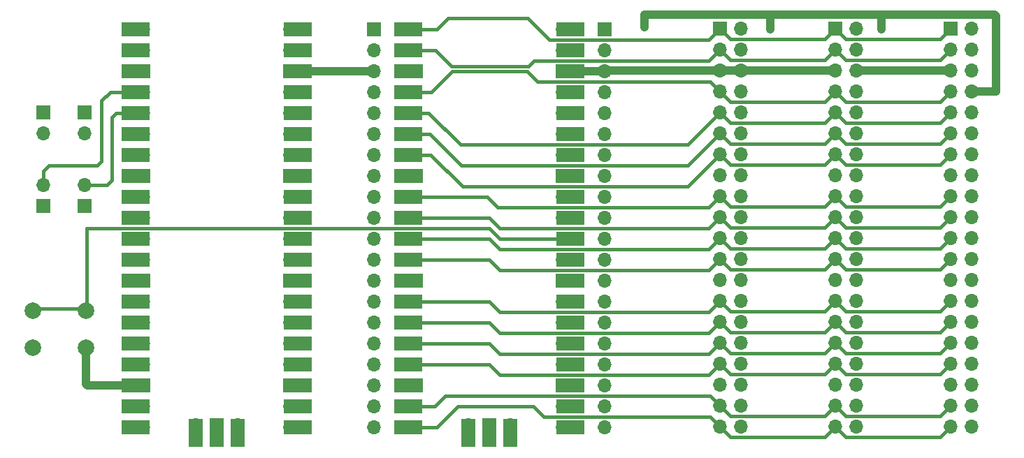
<source format=gbr>
%TF.GenerationSoftware,KiCad,Pcbnew,(6.0.8)*%
%TF.CreationDate,2022-10-02T10:43:25+09:00*%
%TF.ProjectId,KiCad,4b694361-642e-46b6-9963-61645f706362,rev?*%
%TF.SameCoordinates,Original*%
%TF.FileFunction,Copper,L1,Top*%
%TF.FilePolarity,Positive*%
%FSLAX46Y46*%
G04 Gerber Fmt 4.6, Leading zero omitted, Abs format (unit mm)*
G04 Created by KiCad (PCBNEW (6.0.8)) date 2022-10-02 10:43:25*
%MOMM*%
%LPD*%
G01*
G04 APERTURE LIST*
%TA.AperFunction,ComponentPad*%
%ADD10O,1.700000X1.700000*%
%TD*%
%TA.AperFunction,SMDPad,CuDef*%
%ADD11R,3.500000X1.700000*%
%TD*%
%TA.AperFunction,ComponentPad*%
%ADD12R,1.700000X1.700000*%
%TD*%
%TA.AperFunction,SMDPad,CuDef*%
%ADD13R,1.700000X3.500000*%
%TD*%
%TA.AperFunction,ComponentPad*%
%ADD14C,2.000000*%
%TD*%
%TA.AperFunction,ViaPad*%
%ADD15C,0.800000*%
%TD*%
%TA.AperFunction,Conductor*%
%ADD16C,1.000000*%
%TD*%
%TA.AperFunction,Conductor*%
%ADD17C,0.400000*%
%TD*%
G04 APERTURE END LIST*
D10*
%TO.P,U1,1,GPIO0*%
%TO.N,/GP0*%
X118110000Y-57870000D03*
D11*
X117210000Y-57870000D03*
D10*
%TO.P,U1,2,GPIO1*%
%TO.N,/GP1*%
X118110000Y-60410000D03*
D11*
X117210000Y-60410000D03*
%TO.P,U1,3,GND*%
%TO.N,GND*%
X117210000Y-62950000D03*
D12*
X118110000Y-62950000D03*
D10*
%TO.P,U1,4,GPIO2*%
%TO.N,/GP2*%
X118110000Y-65490000D03*
D11*
X117210000Y-65490000D03*
D10*
%TO.P,U1,5,GPIO3*%
%TO.N,/GP3*%
X118110000Y-68030000D03*
D11*
X117210000Y-68030000D03*
D10*
%TO.P,U1,6,GPIO4*%
%TO.N,/GP4*%
X118110000Y-70570000D03*
D11*
X117210000Y-70570000D03*
D10*
%TO.P,U1,7,GPIO5*%
%TO.N,/GP5*%
X118110000Y-73110000D03*
D11*
X117210000Y-73110000D03*
D12*
%TO.P,U1,8,GND*%
%TO.N,GND*%
X118110000Y-75650000D03*
D11*
X117210000Y-75650000D03*
D10*
%TO.P,U1,9,GPIO6*%
%TO.N,/GP6*%
X118110000Y-78190000D03*
D11*
X117210000Y-78190000D03*
%TO.P,U1,10,GPIO7*%
%TO.N,/GP7*%
X117210000Y-80730000D03*
D10*
X118110000Y-80730000D03*
D11*
%TO.P,U1,11,GPIO8*%
%TO.N,/GP8*%
X117210000Y-83270000D03*
D10*
X118110000Y-83270000D03*
D11*
%TO.P,U1,12,GPIO9*%
%TO.N,/GP9*%
X117210000Y-85810000D03*
D10*
X118110000Y-85810000D03*
D12*
%TO.P,U1,13,GND*%
%TO.N,GND*%
X118110000Y-88350000D03*
D11*
X117210000Y-88350000D03*
D10*
%TO.P,U1,14,GPIO10*%
%TO.N,/GP10*%
X118110000Y-90890000D03*
D11*
X117210000Y-90890000D03*
D10*
%TO.P,U1,15,GPIO11*%
%TO.N,/GP11*%
X118110000Y-93430000D03*
D11*
X117210000Y-93430000D03*
%TO.P,U1,16,GPIO12*%
%TO.N,/GP12*%
X117210000Y-95970000D03*
D10*
X118110000Y-95970000D03*
%TO.P,U1,17,GPIO13*%
%TO.N,/GP13*%
X118110000Y-98510000D03*
D11*
X117210000Y-98510000D03*
%TO.P,U1,18,GND*%
%TO.N,GND*%
X117210000Y-101050000D03*
D12*
X118110000Y-101050000D03*
D11*
%TO.P,U1,19,GPIO14*%
%TO.N,/GP14*%
X117210000Y-103590000D03*
D10*
X118110000Y-103590000D03*
D11*
%TO.P,U1,20,GPIO15*%
%TO.N,/GP15*%
X117210000Y-106130000D03*
D10*
X118110000Y-106130000D03*
%TO.P,U1,21,GPIO16*%
%TO.N,/GP16*%
X135890000Y-106130000D03*
D11*
X136790000Y-106130000D03*
%TO.P,U1,22,GPIO17*%
%TO.N,/GP17*%
X136790000Y-103590000D03*
D10*
X135890000Y-103590000D03*
D12*
%TO.P,U1,23,GND*%
%TO.N,GND*%
X135890000Y-101050000D03*
D11*
X136790000Y-101050000D03*
%TO.P,U1,24,GPIO18*%
%TO.N,/GP18*%
X136790000Y-98510000D03*
D10*
X135890000Y-98510000D03*
D11*
%TO.P,U1,25,GPIO19*%
%TO.N,/GP19*%
X136790000Y-95970000D03*
D10*
X135890000Y-95970000D03*
%TO.P,U1,26,GPIO20*%
%TO.N,/GP20*%
X135890000Y-93430000D03*
D11*
X136790000Y-93430000D03*
D10*
%TO.P,U1,27,GPIO21*%
%TO.N,/GP21*%
X135890000Y-90890000D03*
D11*
X136790000Y-90890000D03*
D12*
%TO.P,U1,28,GND*%
%TO.N,GND*%
X135890000Y-88350000D03*
D11*
X136790000Y-88350000D03*
D10*
%TO.P,U1,29,GPIO22*%
%TO.N,/GP22*%
X135890000Y-85810000D03*
D11*
X136790000Y-85810000D03*
%TO.P,U1,30,RUN*%
%TO.N,/RUN*%
X136790000Y-83270000D03*
D10*
X135890000Y-83270000D03*
%TO.P,U1,31,GPIO26_ADC0*%
%TO.N,/GP26*%
X135890000Y-80730000D03*
D11*
X136790000Y-80730000D03*
D10*
%TO.P,U1,32,GPIO27_ADC1*%
%TO.N,/GP27*%
X135890000Y-78190000D03*
D11*
X136790000Y-78190000D03*
%TO.P,U1,33,AGND*%
%TO.N,GND*%
X136790000Y-75650000D03*
D12*
X135890000Y-75650000D03*
D10*
%TO.P,U1,34,GPIO28_ADC2*%
%TO.N,/GP28*%
X135890000Y-73110000D03*
D11*
X136790000Y-73110000D03*
D10*
%TO.P,U1,35,ADC_VREF*%
%TO.N,/ADC_VREF*%
X135890000Y-70570000D03*
D11*
X136790000Y-70570000D03*
%TO.P,U1,36,3V3*%
%TO.N,/3V3*%
X136790000Y-68030000D03*
D10*
X135890000Y-68030000D03*
D11*
%TO.P,U1,37,3V3_EN*%
%TO.N,/3V3_EN*%
X136790000Y-65490000D03*
D10*
X135890000Y-65490000D03*
D11*
%TO.P,U1,38,GND*%
%TO.N,GND*%
X136790000Y-62950000D03*
D12*
X135890000Y-62950000D03*
D11*
%TO.P,U1,39,VSYS*%
%TO.N,/VSYS*%
X136790000Y-60410000D03*
D10*
X135890000Y-60410000D03*
%TO.P,U1,40,VBUS*%
%TO.N,/VBUS*%
X135890000Y-57870000D03*
D11*
X136790000Y-57870000D03*
D13*
%TO.P,U1,41,SWCLK*%
%TO.N,Net-(JP3-Pad1)*%
X124460000Y-106800000D03*
D10*
X124460000Y-105900000D03*
D13*
%TO.P,U1,42,GND*%
%TO.N,GND*%
X127000000Y-106800000D03*
D12*
X127000000Y-105900000D03*
D10*
%TO.P,U1,43,SWDIO*%
%TO.N,Net-(JP4-Pad1)*%
X129540000Y-105900000D03*
D13*
X129540000Y-106800000D03*
%TD*%
D11*
%TO.P,U2,1,GPIO0*%
%TO.N,unconnected-(U2-Pad1)*%
X84190000Y-57870000D03*
D10*
X85090000Y-57870000D03*
D11*
%TO.P,U2,2,GPIO1*%
%TO.N,unconnected-(U2-Pad2)*%
X84190000Y-60410000D03*
D10*
X85090000Y-60410000D03*
D12*
%TO.P,U2,3,GND*%
%TO.N,GND*%
X85090000Y-62950000D03*
D11*
X84190000Y-62950000D03*
D10*
%TO.P,U2,4,GPIO2*%
%TO.N,Net-(JP3-Pad2)*%
X85090000Y-65490000D03*
D11*
X84190000Y-65490000D03*
%TO.P,U2,5,GPIO3*%
%TO.N,Net-(JP4-Pad2)*%
X84190000Y-68030000D03*
D10*
X85090000Y-68030000D03*
D11*
%TO.P,U2,6,GPIO4*%
%TO.N,Net-(JP1-Pad2)*%
X84190000Y-70570000D03*
D10*
X85090000Y-70570000D03*
%TO.P,U2,7,GPIO5*%
%TO.N,Net-(JP2-Pad2)*%
X85090000Y-73110000D03*
D11*
X84190000Y-73110000D03*
D12*
%TO.P,U2,8,GND*%
%TO.N,GND*%
X85090000Y-75650000D03*
D11*
X84190000Y-75650000D03*
D10*
%TO.P,U2,9,GPIO6*%
%TO.N,unconnected-(U2-Pad9)*%
X85090000Y-78190000D03*
D11*
X84190000Y-78190000D03*
D10*
%TO.P,U2,10,GPIO7*%
%TO.N,unconnected-(U2-Pad10)*%
X85090000Y-80730000D03*
D11*
X84190000Y-80730000D03*
%TO.P,U2,11,GPIO8*%
%TO.N,unconnected-(U2-Pad11)*%
X84190000Y-83270000D03*
D10*
X85090000Y-83270000D03*
D11*
%TO.P,U2,12,GPIO9*%
%TO.N,unconnected-(U2-Pad12)*%
X84190000Y-85810000D03*
D10*
X85090000Y-85810000D03*
D12*
%TO.P,U2,13,GND*%
%TO.N,GND*%
X85090000Y-88350000D03*
D11*
X84190000Y-88350000D03*
%TO.P,U2,14,GPIO10*%
%TO.N,unconnected-(U2-Pad14)*%
X84190000Y-90890000D03*
D10*
X85090000Y-90890000D03*
%TO.P,U2,15,GPIO11*%
%TO.N,unconnected-(U2-Pad15)*%
X85090000Y-93430000D03*
D11*
X84190000Y-93430000D03*
%TO.P,U2,16,GPIO12*%
%TO.N,unconnected-(U2-Pad16)*%
X84190000Y-95970000D03*
D10*
X85090000Y-95970000D03*
%TO.P,U2,17,GPIO13*%
%TO.N,unconnected-(U2-Pad17)*%
X85090000Y-98510000D03*
D11*
X84190000Y-98510000D03*
%TO.P,U2,18,GND*%
%TO.N,GND*%
X84190000Y-101050000D03*
D12*
X85090000Y-101050000D03*
D10*
%TO.P,U2,19,GPIO14*%
%TO.N,unconnected-(U2-Pad19)*%
X85090000Y-103590000D03*
D11*
X84190000Y-103590000D03*
%TO.P,U2,20,GPIO15*%
%TO.N,unconnected-(U2-Pad20)*%
X84190000Y-106130000D03*
D10*
X85090000Y-106130000D03*
%TO.P,U2,21,GPIO16*%
%TO.N,unconnected-(U2-Pad21)*%
X102870000Y-106130000D03*
D11*
X103770000Y-106130000D03*
%TO.P,U2,22,GPIO17*%
%TO.N,unconnected-(U2-Pad22)*%
X103770000Y-103590000D03*
D10*
X102870000Y-103590000D03*
D12*
%TO.P,U2,23,GND*%
%TO.N,GND*%
X102870000Y-101050000D03*
D11*
X103770000Y-101050000D03*
D10*
%TO.P,U2,24,GPIO18*%
%TO.N,unconnected-(U2-Pad24)*%
X102870000Y-98510000D03*
D11*
X103770000Y-98510000D03*
D10*
%TO.P,U2,25,GPIO19*%
%TO.N,unconnected-(U2-Pad25)*%
X102870000Y-95970000D03*
D11*
X103770000Y-95970000D03*
%TO.P,U2,26,GPIO20*%
%TO.N,unconnected-(U2-Pad26)*%
X103770000Y-93430000D03*
D10*
X102870000Y-93430000D03*
D11*
%TO.P,U2,27,GPIO21*%
%TO.N,unconnected-(U2-Pad27)*%
X103770000Y-90890000D03*
D10*
X102870000Y-90890000D03*
D12*
%TO.P,U2,28,GND*%
%TO.N,GND*%
X102870000Y-88350000D03*
D11*
X103770000Y-88350000D03*
%TO.P,U2,29,GPIO22*%
%TO.N,unconnected-(U2-Pad29)*%
X103770000Y-85810000D03*
D10*
X102870000Y-85810000D03*
%TO.P,U2,30,RUN*%
%TO.N,unconnected-(U2-Pad30)*%
X102870000Y-83270000D03*
D11*
X103770000Y-83270000D03*
%TO.P,U2,31,GPIO26_ADC0*%
%TO.N,unconnected-(U2-Pad31)*%
X103770000Y-80730000D03*
D10*
X102870000Y-80730000D03*
D11*
%TO.P,U2,32,GPIO27_ADC1*%
%TO.N,unconnected-(U2-Pad32)*%
X103770000Y-78190000D03*
D10*
X102870000Y-78190000D03*
D11*
%TO.P,U2,33,AGND*%
%TO.N,GND*%
X103770000Y-75650000D03*
D12*
X102870000Y-75650000D03*
D11*
%TO.P,U2,34,GPIO28_ADC2*%
%TO.N,unconnected-(U2-Pad34)*%
X103770000Y-73110000D03*
D10*
X102870000Y-73110000D03*
D11*
%TO.P,U2,35,ADC_VREF*%
%TO.N,unconnected-(U2-Pad35)*%
X103770000Y-70570000D03*
D10*
X102870000Y-70570000D03*
%TO.P,U2,36,3V3*%
%TO.N,unconnected-(U2-Pad36)*%
X102870000Y-68030000D03*
D11*
X103770000Y-68030000D03*
%TO.P,U2,37,3V3_EN*%
%TO.N,unconnected-(U2-Pad37)*%
X103770000Y-65490000D03*
D10*
X102870000Y-65490000D03*
D12*
%TO.P,U2,38,GND*%
%TO.N,GND*%
X102870000Y-62950000D03*
D11*
X103770000Y-62950000D03*
D10*
%TO.P,U2,39,VSYS*%
%TO.N,/VSYS*%
X102870000Y-60410000D03*
D11*
X103770000Y-60410000D03*
D10*
%TO.P,U2,40,VBUS*%
%TO.N,unconnected-(U2-Pad40)*%
X102870000Y-57870000D03*
D11*
X103770000Y-57870000D03*
D10*
%TO.P,U2,41,SWCLK*%
%TO.N,unconnected-(U2-Pad41)*%
X91440000Y-105900000D03*
D13*
X91440000Y-106800000D03*
%TO.P,U2,42,GND*%
%TO.N,unconnected-(U2-Pad42)*%
X93980000Y-106800000D03*
D12*
X93980000Y-105900000D03*
D10*
%TO.P,U2,43,SWDIO*%
%TO.N,unconnected-(U2-Pad43)*%
X96520000Y-105900000D03*
D13*
X96520000Y-106800000D03*
%TD*%
D12*
%TO.P,JP3,1,A*%
%TO.N,Net-(JP3-Pad1)*%
X73000000Y-79340000D03*
D10*
%TO.P,JP3,2,B*%
%TO.N,Net-(JP3-Pad2)*%
X73000000Y-76800000D03*
%TD*%
%TO.P,J4,20,Pin_20*%
%TO.N,/GP15*%
X113030000Y-106160000D03*
%TO.P,J4,19,Pin_19*%
%TO.N,/GP14*%
X113030000Y-103620000D03*
%TO.P,J4,18,Pin_18*%
%TO.N,GND*%
X113030000Y-101080000D03*
%TO.P,J4,17,Pin_17*%
%TO.N,/GP13*%
X113030000Y-98540000D03*
%TO.P,J4,16,Pin_16*%
%TO.N,/GP12*%
X113030000Y-96000000D03*
%TO.P,J4,15,Pin_15*%
%TO.N,/GP11*%
X113030000Y-93460000D03*
%TO.P,J4,14,Pin_14*%
%TO.N,/GP10*%
X113030000Y-90920000D03*
%TO.P,J4,13,Pin_13*%
%TO.N,GND*%
X113030000Y-88380000D03*
%TO.P,J4,12,Pin_12*%
%TO.N,/GP9*%
X113030000Y-85840000D03*
%TO.P,J4,11,Pin_11*%
%TO.N,/GP8*%
X113030000Y-83300000D03*
%TO.P,J4,10,Pin_10*%
%TO.N,/GP7*%
X113030000Y-80760000D03*
%TO.P,J4,9,Pin_9*%
%TO.N,/GP6*%
X113030000Y-78220000D03*
%TO.P,J4,8,Pin_8*%
%TO.N,GND*%
X113030000Y-75680000D03*
%TO.P,J4,7,Pin_7*%
%TO.N,/GP5*%
X113030000Y-73140000D03*
%TO.P,J4,6,Pin_6*%
%TO.N,/GP4*%
X113030000Y-70600000D03*
%TO.P,J4,5,Pin_5*%
%TO.N,/GP3*%
X113030000Y-68060000D03*
%TO.P,J4,4,Pin_4*%
%TO.N,/GP2*%
X113030000Y-65520000D03*
%TO.P,J4,3,Pin_3*%
%TO.N,GND*%
X113030000Y-62980000D03*
%TO.P,J4,2,Pin_2*%
%TO.N,/GP1*%
X113030000Y-60440000D03*
D12*
%TO.P,J4,1,Pin_1*%
%TO.N,/GP0*%
X113030000Y-57900000D03*
%TD*%
%TO.P,JP1,1,A*%
%TO.N,/GP1*%
X78000000Y-68000000D03*
D10*
%TO.P,JP1,2,B*%
%TO.N,Net-(JP1-Pad2)*%
X78000000Y-70540000D03*
%TD*%
D12*
%TO.P,J1,1,Pin_1*%
%TO.N,/GP0*%
X182875000Y-57785000D03*
D10*
%TO.P,J1,2,Pin_2*%
%TO.N,/GP1*%
X182875000Y-60325000D03*
%TO.P,J1,3,Pin_3*%
%TO.N,GND*%
X182875000Y-62865000D03*
%TO.P,J1,4,Pin_4*%
%TO.N,/GP2*%
X182875000Y-65405000D03*
%TO.P,J1,5,Pin_5*%
%TO.N,/GP3*%
X182875000Y-67945000D03*
%TO.P,J1,6,Pin_6*%
%TO.N,/GP4*%
X182875000Y-70485000D03*
%TO.P,J1,7,Pin_7*%
%TO.N,/GP5*%
X182875000Y-73025000D03*
%TO.P,J1,8,Pin_8*%
%TO.N,GND*%
X182875000Y-75565000D03*
%TO.P,J1,9,Pin_9*%
%TO.N,/GP6*%
X182875000Y-78105000D03*
%TO.P,J1,10,Pin_10*%
%TO.N,/GP7*%
X182875000Y-80645000D03*
%TO.P,J1,11,Pin_11*%
%TO.N,/GP8*%
X182875000Y-83185000D03*
%TO.P,J1,12,Pin_12*%
%TO.N,/GP9*%
X182875000Y-85725000D03*
%TO.P,J1,13,Pin_13*%
%TO.N,GND*%
X182875000Y-88265000D03*
%TO.P,J1,14,Pin_14*%
%TO.N,/GP10*%
X182875000Y-90805000D03*
%TO.P,J1,15,Pin_15*%
%TO.N,/GP11*%
X182875000Y-93345000D03*
%TO.P,J1,16,Pin_16*%
%TO.N,/GP12*%
X182875000Y-95885000D03*
%TO.P,J1,17,Pin_17*%
%TO.N,/GP13*%
X182875000Y-98425000D03*
%TO.P,J1,18,Pin_18*%
%TO.N,GND*%
X182875000Y-100965000D03*
%TO.P,J1,19,Pin_19*%
%TO.N,/GP14*%
X182875000Y-103505000D03*
%TO.P,J1,20,Pin_20*%
%TO.N,/GP15*%
X182875000Y-106045000D03*
%TO.P,J1,21,Pin_21*%
%TO.N,/GP16*%
X185415000Y-106045000D03*
%TO.P,J1,22,Pin_22*%
%TO.N,/GP17*%
X185415000Y-103505000D03*
%TO.P,J1,23,Pin_23*%
%TO.N,GND*%
X185415000Y-100965000D03*
%TO.P,J1,24,Pin_24*%
%TO.N,/GP18*%
X185415000Y-98425000D03*
%TO.P,J1,25,Pin_25*%
%TO.N,/GP19*%
X185415000Y-95885000D03*
%TO.P,J1,26,Pin_26*%
%TO.N,/GP20*%
X185415000Y-93345000D03*
%TO.P,J1,27,Pin_27*%
%TO.N,/GP21*%
X185415000Y-90805000D03*
%TO.P,J1,28,Pin_28*%
%TO.N,GND*%
X185415000Y-88265000D03*
%TO.P,J1,29,Pin_29*%
%TO.N,/GP22*%
X185415000Y-85725000D03*
%TO.P,J1,30,Pin_30*%
%TO.N,/RUN*%
X185415000Y-83185000D03*
%TO.P,J1,31,Pin_31*%
%TO.N,/GP26*%
X185415000Y-80645000D03*
%TO.P,J1,32,Pin_32*%
%TO.N,/GP27*%
X185415000Y-78105000D03*
%TO.P,J1,33,Pin_33*%
%TO.N,GND*%
X185415000Y-75565000D03*
%TO.P,J1,34,Pin_34*%
%TO.N,/GP28*%
X185415000Y-73025000D03*
%TO.P,J1,35,Pin_35*%
%TO.N,/3V3*%
X185415000Y-70485000D03*
%TO.P,J1,36,Pin_36*%
X185415000Y-67945000D03*
%TO.P,J1,37,Pin_37*%
X185415000Y-65405000D03*
%TO.P,J1,38,Pin_38*%
%TO.N,GND*%
X185415000Y-62865000D03*
%TO.P,J1,39,Pin_39*%
%TO.N,/VSYS*%
X185415000Y-60325000D03*
%TO.P,J1,40,Pin_40*%
X185415000Y-57785000D03*
%TD*%
%TO.P,JP4,2,B*%
%TO.N,Net-(JP4-Pad2)*%
X78000000Y-76800000D03*
D12*
%TO.P,JP4,1,A*%
%TO.N,Net-(JP4-Pad1)*%
X78000000Y-79340000D03*
%TD*%
D14*
%TO.P,SW1,1,1*%
%TO.N,/RUN*%
X71680000Y-91984000D03*
X78180000Y-91984000D03*
%TO.P,SW1,2,2*%
%TO.N,GND*%
X71680000Y-96484000D03*
X78180000Y-96484000D03*
%TD*%
D12*
%TO.P,J2,1,Pin_1*%
%TO.N,/GP0*%
X168910000Y-57785000D03*
D10*
%TO.P,J2,2,Pin_2*%
%TO.N,/GP1*%
X168910000Y-60325000D03*
%TO.P,J2,3,Pin_3*%
%TO.N,GND*%
X168910000Y-62865000D03*
%TO.P,J2,4,Pin_4*%
%TO.N,/GP2*%
X168910000Y-65405000D03*
%TO.P,J2,5,Pin_5*%
%TO.N,/GP3*%
X168910000Y-67945000D03*
%TO.P,J2,6,Pin_6*%
%TO.N,/GP4*%
X168910000Y-70485000D03*
%TO.P,J2,7,Pin_7*%
%TO.N,/GP5*%
X168910000Y-73025000D03*
%TO.P,J2,8,Pin_8*%
%TO.N,GND*%
X168910000Y-75565000D03*
%TO.P,J2,9,Pin_9*%
%TO.N,/GP6*%
X168910000Y-78105000D03*
%TO.P,J2,10,Pin_10*%
%TO.N,/GP7*%
X168910000Y-80645000D03*
%TO.P,J2,11,Pin_11*%
%TO.N,/GP8*%
X168910000Y-83185000D03*
%TO.P,J2,12,Pin_12*%
%TO.N,/GP9*%
X168910000Y-85725000D03*
%TO.P,J2,13,Pin_13*%
%TO.N,GND*%
X168910000Y-88265000D03*
%TO.P,J2,14,Pin_14*%
%TO.N,/GP10*%
X168910000Y-90805000D03*
%TO.P,J2,15,Pin_15*%
%TO.N,/GP11*%
X168910000Y-93345000D03*
%TO.P,J2,16,Pin_16*%
%TO.N,/GP12*%
X168910000Y-95885000D03*
%TO.P,J2,17,Pin_17*%
%TO.N,/GP13*%
X168910000Y-98425000D03*
%TO.P,J2,18,Pin_18*%
%TO.N,GND*%
X168910000Y-100965000D03*
%TO.P,J2,19,Pin_19*%
%TO.N,/GP14*%
X168910000Y-103505000D03*
%TO.P,J2,20,Pin_20*%
%TO.N,/GP15*%
X168910000Y-106045000D03*
%TO.P,J2,21,Pin_21*%
%TO.N,/GP16*%
X171450000Y-106045000D03*
%TO.P,J2,22,Pin_22*%
%TO.N,/GP17*%
X171450000Y-103505000D03*
%TO.P,J2,23,Pin_23*%
%TO.N,GND*%
X171450000Y-100965000D03*
%TO.P,J2,24,Pin_24*%
%TO.N,/GP18*%
X171450000Y-98425000D03*
%TO.P,J2,25,Pin_25*%
%TO.N,/GP19*%
X171450000Y-95885000D03*
%TO.P,J2,26,Pin_26*%
%TO.N,/GP20*%
X171450000Y-93345000D03*
%TO.P,J2,27,Pin_27*%
%TO.N,/GP21*%
X171450000Y-90805000D03*
%TO.P,J2,28,Pin_28*%
%TO.N,GND*%
X171450000Y-88265000D03*
%TO.P,J2,29,Pin_29*%
%TO.N,/GP22*%
X171450000Y-85725000D03*
%TO.P,J2,30,Pin_30*%
%TO.N,/RUN*%
X171450000Y-83185000D03*
%TO.P,J2,31,Pin_31*%
%TO.N,/GP26*%
X171450000Y-80645000D03*
%TO.P,J2,32,Pin_32*%
%TO.N,/GP27*%
X171450000Y-78105000D03*
%TO.P,J2,33,Pin_33*%
%TO.N,GND*%
X171450000Y-75565000D03*
%TO.P,J2,34,Pin_34*%
%TO.N,/GP28*%
X171450000Y-73025000D03*
%TO.P,J2,35,Pin_35*%
%TO.N,/3V3*%
X171450000Y-70485000D03*
%TO.P,J2,36,Pin_36*%
X171450000Y-67945000D03*
%TO.P,J2,37,Pin_37*%
X171450000Y-65405000D03*
%TO.P,J2,38,Pin_38*%
%TO.N,GND*%
X171450000Y-62865000D03*
%TO.P,J2,39,Pin_39*%
%TO.N,/VSYS*%
X171450000Y-60325000D03*
%TO.P,J2,40,Pin_40*%
X171450000Y-57785000D03*
%TD*%
D12*
%TO.P,J3,1,Pin_1*%
%TO.N,/GP0*%
X154935000Y-57785000D03*
D10*
%TO.P,J3,2,Pin_2*%
%TO.N,/GP1*%
X154935000Y-60325000D03*
%TO.P,J3,3,Pin_3*%
%TO.N,GND*%
X154935000Y-62865000D03*
%TO.P,J3,4,Pin_4*%
%TO.N,/GP2*%
X154935000Y-65405000D03*
%TO.P,J3,5,Pin_5*%
%TO.N,/GP3*%
X154935000Y-67945000D03*
%TO.P,J3,6,Pin_6*%
%TO.N,/GP4*%
X154935000Y-70485000D03*
%TO.P,J3,7,Pin_7*%
%TO.N,/GP5*%
X154935000Y-73025000D03*
%TO.P,J3,8,Pin_8*%
%TO.N,GND*%
X154935000Y-75565000D03*
%TO.P,J3,9,Pin_9*%
%TO.N,/GP6*%
X154935000Y-78105000D03*
%TO.P,J3,10,Pin_10*%
%TO.N,/GP7*%
X154935000Y-80645000D03*
%TO.P,J3,11,Pin_11*%
%TO.N,/GP8*%
X154935000Y-83185000D03*
%TO.P,J3,12,Pin_12*%
%TO.N,/GP9*%
X154935000Y-85725000D03*
%TO.P,J3,13,Pin_13*%
%TO.N,GND*%
X154935000Y-88265000D03*
%TO.P,J3,14,Pin_14*%
%TO.N,/GP10*%
X154935000Y-90805000D03*
%TO.P,J3,15,Pin_15*%
%TO.N,/GP11*%
X154935000Y-93345000D03*
%TO.P,J3,16,Pin_16*%
%TO.N,/GP12*%
X154935000Y-95885000D03*
%TO.P,J3,17,Pin_17*%
%TO.N,/GP13*%
X154935000Y-98425000D03*
%TO.P,J3,18,Pin_18*%
%TO.N,GND*%
X154935000Y-100965000D03*
%TO.P,J3,19,Pin_19*%
%TO.N,/GP14*%
X154935000Y-103505000D03*
%TO.P,J3,20,Pin_20*%
%TO.N,/GP15*%
X154935000Y-106045000D03*
%TO.P,J3,21,Pin_21*%
%TO.N,/GP16*%
X157475000Y-106045000D03*
%TO.P,J3,22,Pin_22*%
%TO.N,/GP17*%
X157475000Y-103505000D03*
%TO.P,J3,23,Pin_23*%
%TO.N,GND*%
X157475000Y-100965000D03*
%TO.P,J3,24,Pin_24*%
%TO.N,/GP18*%
X157475000Y-98425000D03*
%TO.P,J3,25,Pin_25*%
%TO.N,/GP19*%
X157475000Y-95885000D03*
%TO.P,J3,26,Pin_26*%
%TO.N,/GP20*%
X157475000Y-93345000D03*
%TO.P,J3,27,Pin_27*%
%TO.N,/GP21*%
X157475000Y-90805000D03*
%TO.P,J3,28,Pin_28*%
%TO.N,GND*%
X157475000Y-88265000D03*
%TO.P,J3,29,Pin_29*%
%TO.N,/GP22*%
X157475000Y-85725000D03*
%TO.P,J3,30,Pin_30*%
%TO.N,/RUN*%
X157475000Y-83185000D03*
%TO.P,J3,31,Pin_31*%
%TO.N,/GP26*%
X157475000Y-80645000D03*
%TO.P,J3,32,Pin_32*%
%TO.N,/GP27*%
X157475000Y-78105000D03*
%TO.P,J3,33,Pin_33*%
%TO.N,GND*%
X157475000Y-75565000D03*
%TO.P,J3,34,Pin_34*%
%TO.N,/GP28*%
X157475000Y-73025000D03*
%TO.P,J3,35,Pin_35*%
%TO.N,/3V3*%
X157475000Y-70485000D03*
%TO.P,J3,36,Pin_36*%
X157475000Y-67945000D03*
%TO.P,J3,37,Pin_37*%
X157475000Y-65405000D03*
%TO.P,J3,38,Pin_38*%
%TO.N,GND*%
X157475000Y-62865000D03*
%TO.P,J3,39,Pin_39*%
%TO.N,/VSYS*%
X157475000Y-60325000D03*
%TO.P,J3,40,Pin_40*%
X157475000Y-57785000D03*
%TD*%
D12*
%TO.P,JP2,1,A*%
%TO.N,/GP0*%
X73000000Y-68000000D03*
D10*
%TO.P,JP2,2,B*%
%TO.N,Net-(JP2-Pad2)*%
X73000000Y-70540000D03*
%TD*%
D12*
%TO.P,J5,1,Pin_1*%
%TO.N,/VBUS*%
X140970000Y-57900000D03*
D10*
%TO.P,J5,2,Pin_2*%
%TO.N,/VSYS*%
X140970000Y-60440000D03*
%TO.P,J5,3,Pin_3*%
%TO.N,GND*%
X140970000Y-62980000D03*
%TO.P,J5,4,Pin_4*%
%TO.N,/3V3_EN*%
X140970000Y-65520000D03*
%TO.P,J5,5,Pin_5*%
%TO.N,/3V3*%
X140970000Y-68060000D03*
%TO.P,J5,6,Pin_6*%
%TO.N,/ADC_VREF*%
X140970000Y-70600000D03*
%TO.P,J5,7,Pin_7*%
%TO.N,/GP28*%
X140970000Y-73140000D03*
%TO.P,J5,8,Pin_8*%
%TO.N,GND*%
X140970000Y-75680000D03*
%TO.P,J5,9,Pin_9*%
%TO.N,/GP27*%
X140970000Y-78220000D03*
%TO.P,J5,10,Pin_10*%
%TO.N,/GP26*%
X140970000Y-80760000D03*
%TO.P,J5,11,Pin_11*%
%TO.N,/RUN*%
X140970000Y-83300000D03*
%TO.P,J5,12,Pin_12*%
%TO.N,/GP22*%
X140970000Y-85840000D03*
%TO.P,J5,13,Pin_13*%
%TO.N,GND*%
X140970000Y-88380000D03*
%TO.P,J5,14,Pin_14*%
%TO.N,/GP21*%
X140970000Y-90920000D03*
%TO.P,J5,15,Pin_15*%
%TO.N,/GP20*%
X140970000Y-93460000D03*
%TO.P,J5,16,Pin_16*%
%TO.N,/GP19*%
X140970000Y-96000000D03*
%TO.P,J5,17,Pin_17*%
%TO.N,/GP18*%
X140970000Y-98540000D03*
%TO.P,J5,18,Pin_18*%
%TO.N,GND*%
X140970000Y-101080000D03*
%TO.P,J5,19,Pin_19*%
%TO.N,/GP17*%
X140970000Y-103620000D03*
%TO.P,J5,20,Pin_20*%
%TO.N,/GP16*%
X140970000Y-106160000D03*
%TD*%
D15*
%TO.N,/3V3*%
X161036000Y-57912000D03*
X174498000Y-57912000D03*
X145796000Y-57658000D03*
%TD*%
D16*
%TO.N,GND*%
X113000000Y-62950000D02*
X113030000Y-62980000D01*
X102870000Y-62950000D02*
X113000000Y-62950000D01*
X85090000Y-101050000D02*
X78314600Y-101050000D01*
X78314600Y-101050000D02*
X78180000Y-100915400D01*
X78180000Y-96484000D02*
X78180000Y-100915400D01*
D17*
%TO.N,/GP13*%
X126958000Y-98510000D02*
X118110000Y-98510000D01*
D16*
%TO.N,GND*%
X135920000Y-62980000D02*
X135890000Y-62950000D01*
X140970000Y-62980000D02*
X135920000Y-62980000D01*
X141085000Y-62865000D02*
X140970000Y-62980000D01*
X154935000Y-62865000D02*
X141085000Y-62865000D01*
X157475000Y-62865000D02*
X154935000Y-62865000D01*
X168910000Y-62865000D02*
X157475000Y-62865000D01*
X182875000Y-62865000D02*
X171450000Y-62865000D01*
D17*
%TO.N,/GP5*%
X119922200Y-73110000D02*
X118110000Y-73110000D01*
X123742200Y-76930000D02*
X119922200Y-73110000D01*
X151030000Y-76930000D02*
X123742200Y-76930000D01*
X154935000Y-73025000D02*
X151030000Y-76930000D01*
%TO.N,/GP4*%
X119769800Y-70570000D02*
X118110000Y-70570000D01*
X123599800Y-74400000D02*
X119769800Y-70570000D01*
X151020000Y-74400000D02*
X123599800Y-74400000D01*
X154935000Y-70485000D02*
X151020000Y-74400000D01*
%TO.N,/GP3*%
X119650600Y-68030000D02*
X118110000Y-68030000D01*
X119659400Y-68021200D02*
X119650600Y-68030000D01*
X123498200Y-71860000D02*
X119659400Y-68021200D01*
X151020000Y-71860000D02*
X123498200Y-71860000D01*
X154935000Y-67945000D02*
X151020000Y-71860000D01*
%TO.N,/GP2*%
X119955400Y-65490000D02*
X118110000Y-65490000D01*
X122463000Y-62982400D02*
X119955400Y-65490000D01*
X131562400Y-62982400D02*
X122463000Y-62982400D01*
X132810000Y-64230000D02*
X131562400Y-62982400D01*
X154935000Y-65405000D02*
X153760000Y-64230000D01*
X153760000Y-64230000D02*
X132810000Y-64230000D01*
%TO.N,/GP0*%
X120658800Y-57870000D02*
X118110000Y-57870000D01*
X134308600Y-59150000D02*
X131673600Y-56515000D01*
X122013800Y-56515000D02*
X120658800Y-57870000D01*
X153570000Y-59150000D02*
X134308600Y-59150000D01*
X131673600Y-56515000D02*
X122013800Y-56515000D01*
X154935000Y-57785000D02*
X153570000Y-59150000D01*
%TO.N,/GP1*%
X120481000Y-60410000D02*
X118110000Y-60410000D01*
X122453400Y-62382400D02*
X120481000Y-60410000D01*
X132391400Y-61690000D02*
X131699000Y-62382400D01*
X153570000Y-61690000D02*
X132391400Y-61690000D01*
X154935000Y-60325000D02*
X153570000Y-61690000D01*
X131699000Y-62382400D02*
X122453400Y-62382400D01*
D16*
%TO.N,/3V3*%
X188341000Y-56261000D02*
X188214000Y-56134000D01*
X188341000Y-65405000D02*
X188341000Y-56261000D01*
X145796000Y-57658000D02*
X145796000Y-56134000D01*
X145796000Y-56134000D02*
X161163000Y-56134000D01*
D17*
%TO.N,/RUN*%
X78250000Y-82049400D02*
X78250000Y-91750000D01*
X78282800Y-82016600D02*
X78250000Y-82049400D01*
X78286200Y-82020000D02*
X78282800Y-82016600D01*
X78250000Y-91750000D02*
X71750000Y-91750000D01*
X128228000Y-83270000D02*
X126978000Y-82020000D01*
X126978000Y-82020000D02*
X78286200Y-82020000D01*
X135890000Y-83270000D02*
X128228000Y-83270000D01*
D16*
%TO.N,/3V3*%
X161036000Y-56261000D02*
X161163000Y-56134000D01*
X161036000Y-57912000D02*
X161036000Y-56261000D01*
X161163000Y-56134000D02*
X174371000Y-56134000D01*
X174498000Y-57912000D02*
X174498000Y-56261000D01*
X174371000Y-56134000D02*
X188214000Y-56134000D01*
X174498000Y-56261000D02*
X174371000Y-56134000D01*
X188341000Y-65405000D02*
X185415000Y-65405000D01*
D17*
%TO.N,Net-(JP3-Pad2)*%
X73000000Y-75082000D02*
X73000000Y-76800000D01*
X73660000Y-74422000D02*
X73000000Y-75082000D01*
X79502000Y-74422000D02*
X73660000Y-74422000D01*
X80010000Y-73914000D02*
X79502000Y-74422000D01*
X80010000Y-66548000D02*
X80010000Y-73914000D01*
X81068000Y-65490000D02*
X80010000Y-66548000D01*
X85090000Y-65490000D02*
X81068000Y-65490000D01*
%TO.N,Net-(JP4-Pad2)*%
X80680000Y-76800000D02*
X78000000Y-76800000D01*
X81280000Y-68580000D02*
X81280000Y-76200000D01*
X81788000Y-68072000D02*
X81280000Y-68580000D01*
X85090000Y-68030000D02*
X83330000Y-68030000D01*
X83330000Y-68030000D02*
X83288000Y-68072000D01*
X83288000Y-68072000D02*
X81788000Y-68072000D01*
X81280000Y-76200000D02*
X80680000Y-76800000D01*
%TO.N,/GP15*%
X118152000Y-106172000D02*
X118110000Y-106130000D01*
X120650000Y-106172000D02*
X118152000Y-106172000D01*
X132334000Y-103632000D02*
X123190000Y-103632000D01*
X133572000Y-104870000D02*
X132334000Y-103632000D01*
X123190000Y-103632000D02*
X120650000Y-106172000D01*
X153760000Y-104870000D02*
X133572000Y-104870000D01*
X154935000Y-106045000D02*
X153760000Y-104870000D01*
%TO.N,/GP14*%
X118152000Y-103632000D02*
X118110000Y-103590000D01*
X120396000Y-103632000D02*
X118152000Y-103632000D01*
X121698000Y-102330000D02*
X120396000Y-103632000D01*
X153760000Y-102330000D02*
X121698000Y-102330000D01*
X154935000Y-103505000D02*
X153760000Y-102330000D01*
%TO.N,/GP13*%
X128238000Y-99790000D02*
X126958000Y-98510000D01*
X153570000Y-99790000D02*
X128238000Y-99790000D01*
X154935000Y-98425000D02*
X153570000Y-99790000D01*
%TO.N,/GP12*%
X128238000Y-97250000D02*
X126958000Y-95970000D01*
X153570000Y-97250000D02*
X128238000Y-97250000D01*
X154935000Y-95885000D02*
X153570000Y-97250000D01*
X126958000Y-95970000D02*
X118110000Y-95970000D01*
%TO.N,/GP11*%
X126958000Y-93430000D02*
X118110000Y-93430000D01*
X128238000Y-94710000D02*
X126958000Y-93430000D01*
X153570000Y-94710000D02*
X128238000Y-94710000D01*
X154935000Y-93345000D02*
X153570000Y-94710000D01*
%TO.N,/GP10*%
X126958000Y-90890000D02*
X118110000Y-90890000D01*
X153560000Y-92180000D02*
X128248000Y-92180000D01*
X128248000Y-92180000D02*
X126958000Y-90890000D01*
X154935000Y-90805000D02*
X153560000Y-92180000D01*
%TO.N,/GP9*%
X128238000Y-87090000D02*
X126958000Y-85810000D01*
X153570000Y-87090000D02*
X128238000Y-87090000D01*
X126958000Y-85810000D02*
X118110000Y-85810000D01*
X154935000Y-85725000D02*
X153570000Y-87090000D01*
%TO.N,/GP8*%
X128238000Y-84550000D02*
X126958000Y-83270000D01*
X153570000Y-84550000D02*
X128238000Y-84550000D01*
X154935000Y-83185000D02*
X153570000Y-84550000D01*
X126958000Y-83270000D02*
X118110000Y-83270000D01*
%TO.N,/GP7*%
X126958000Y-80730000D02*
X118110000Y-80730000D01*
X128238000Y-82010000D02*
X126958000Y-80730000D01*
X153570000Y-82010000D02*
X128238000Y-82010000D01*
X154935000Y-80645000D02*
X153570000Y-82010000D01*
%TO.N,/GP6*%
X126704000Y-78190000D02*
X118110000Y-78190000D01*
X153570000Y-79470000D02*
X127984000Y-79470000D01*
X154935000Y-78105000D02*
X153570000Y-79470000D01*
X127984000Y-79470000D02*
X126704000Y-78190000D01*
%TO.N,/GP0*%
X170160000Y-59035000D02*
X181625000Y-59035000D01*
X167660000Y-59035000D02*
X168910000Y-57785000D01*
X156185000Y-59035000D02*
X167660000Y-59035000D01*
X154935000Y-57785000D02*
X156185000Y-59035000D01*
X168910000Y-57785000D02*
X170160000Y-59035000D01*
X181625000Y-59035000D02*
X182875000Y-57785000D01*
%TO.N,/GP1*%
X170180000Y-61595000D02*
X181610000Y-61595000D01*
X156205000Y-61595000D02*
X167640000Y-61595000D01*
X154935000Y-60325000D02*
X156205000Y-61595000D01*
X182875000Y-60325000D02*
X181610000Y-61590000D01*
X168910000Y-60325000D02*
X170180000Y-61595000D01*
X181610000Y-61590000D02*
X181610000Y-61595000D01*
X167640000Y-61595000D02*
X168910000Y-60325000D01*
%TO.N,/GP2*%
X168910000Y-65405000D02*
X170160000Y-66655000D01*
X181625000Y-66655000D02*
X182875000Y-65405000D01*
X156185000Y-66655000D02*
X167660000Y-66655000D01*
X170160000Y-66655000D02*
X181625000Y-66655000D01*
X167660000Y-66655000D02*
X168910000Y-65405000D01*
X154935000Y-65405000D02*
X156185000Y-66655000D01*
%TO.N,/GP3*%
X181605000Y-69215000D02*
X182875000Y-67945000D01*
X154935000Y-67945000D02*
X156205000Y-69215000D01*
X156205000Y-69215000D02*
X167640000Y-69215000D01*
X168910000Y-67945000D02*
X170180000Y-69215000D01*
X167640000Y-69215000D02*
X168910000Y-67945000D01*
X170180000Y-69215000D02*
X181605000Y-69215000D01*
%TO.N,/GP4*%
X168910000Y-70485000D02*
X170180000Y-71755000D01*
X156205000Y-71755000D02*
X167640000Y-71755000D01*
X170180000Y-71755000D02*
X181605000Y-71755000D01*
X181605000Y-71755000D02*
X182875000Y-70485000D01*
X167640000Y-71755000D02*
X168910000Y-70485000D01*
X154935000Y-70485000D02*
X156205000Y-71755000D01*
%TO.N,/GP5*%
X170180000Y-74295000D02*
X181610000Y-74295000D01*
X182875000Y-73025000D02*
X181610000Y-74290000D01*
X167640000Y-74295000D02*
X168910000Y-73025000D01*
X181610000Y-74290000D02*
X181610000Y-74295000D01*
X156205000Y-74295000D02*
X167640000Y-74295000D01*
X154935000Y-73025000D02*
X156205000Y-74295000D01*
X168910000Y-73025000D02*
X170180000Y-74295000D01*
%TO.N,/GP6*%
X156205000Y-79375000D02*
X167640000Y-79375000D01*
X170180000Y-79375000D02*
X181605000Y-79375000D01*
X168910000Y-78105000D02*
X170180000Y-79375000D01*
X167640000Y-79375000D02*
X168910000Y-78105000D01*
X154935000Y-78105000D02*
X156205000Y-79375000D01*
X181605000Y-79375000D02*
X182875000Y-78105000D01*
%TO.N,/GP7*%
X170180000Y-81915000D02*
X181605000Y-81915000D01*
X181605000Y-81915000D02*
X182875000Y-80645000D01*
X154935000Y-80645000D02*
X156205000Y-81915000D01*
X156205000Y-81915000D02*
X167640000Y-81915000D01*
X168910000Y-80645000D02*
X170180000Y-81915000D01*
X167640000Y-81915000D02*
X168910000Y-80645000D01*
%TO.N,/GP8*%
X156205000Y-84455000D02*
X167640000Y-84455000D01*
X154935000Y-83185000D02*
X156205000Y-84455000D01*
X167640000Y-84455000D02*
X168910000Y-83185000D01*
X170180000Y-84455000D02*
X181605000Y-84455000D01*
X168910000Y-83185000D02*
X170180000Y-84455000D01*
X181605000Y-84455000D02*
X182875000Y-83185000D01*
%TO.N,/GP9*%
X154935000Y-85725000D02*
X156205000Y-86995000D01*
X167640000Y-86995000D02*
X168910000Y-85725000D01*
X170180000Y-86995000D02*
X181605000Y-86995000D01*
X181605000Y-86995000D02*
X182875000Y-85725000D01*
X168910000Y-85725000D02*
X170180000Y-86995000D01*
X156205000Y-86995000D02*
X167640000Y-86995000D01*
%TO.N,/GP10*%
X167640000Y-92075000D02*
X168910000Y-90805000D01*
X181605000Y-92075000D02*
X182875000Y-90805000D01*
X168910000Y-90805000D02*
X170180000Y-92075000D01*
X170180000Y-92075000D02*
X181605000Y-92075000D01*
X154935000Y-90805000D02*
X156205000Y-92075000D01*
X156205000Y-92075000D02*
X167640000Y-92075000D01*
%TO.N,/GP11*%
X181605000Y-94615000D02*
X182875000Y-93345000D01*
X168910000Y-93345000D02*
X170180000Y-94615000D01*
X170180000Y-94615000D02*
X181605000Y-94615000D01*
X154935000Y-93345000D02*
X156205000Y-94615000D01*
X156205000Y-94615000D02*
X167640000Y-94615000D01*
X167640000Y-94615000D02*
X168910000Y-93345000D01*
%TO.N,/GP12*%
X181605000Y-97155000D02*
X182875000Y-95885000D01*
X154935000Y-95885000D02*
X156205000Y-97155000D01*
X167640000Y-97155000D02*
X168910000Y-95885000D01*
X168910000Y-95885000D02*
X170180000Y-97155000D01*
X170180000Y-97155000D02*
X181605000Y-97155000D01*
X156205000Y-97155000D02*
X167640000Y-97155000D01*
%TO.N,/GP13*%
X156205000Y-99695000D02*
X167640000Y-99695000D01*
X170180000Y-99695000D02*
X181605000Y-99695000D01*
X154935000Y-98425000D02*
X156205000Y-99695000D01*
X167640000Y-99695000D02*
X168910000Y-98425000D01*
X168910000Y-98425000D02*
X170180000Y-99695000D01*
X181605000Y-99695000D02*
X182875000Y-98425000D01*
%TO.N,/GP14*%
X154935000Y-103505000D02*
X156205000Y-104775000D01*
X170180000Y-104775000D02*
X181605000Y-104775000D01*
X156205000Y-104775000D02*
X167640000Y-104775000D01*
X167640000Y-104775000D02*
X168910000Y-103505000D01*
X181605000Y-104775000D02*
X182875000Y-103505000D01*
X168910000Y-103505000D02*
X170180000Y-104775000D01*
%TO.N,/GP15*%
X181605000Y-107315000D02*
X182875000Y-106045000D01*
X156205000Y-107315000D02*
X167640000Y-107315000D01*
X168910000Y-106045000D02*
X170180000Y-107315000D01*
X170180000Y-107315000D02*
X181605000Y-107315000D01*
X154935000Y-106045000D02*
X156205000Y-107315000D01*
X167640000Y-107315000D02*
X168910000Y-106045000D01*
%TD*%
M02*

</source>
